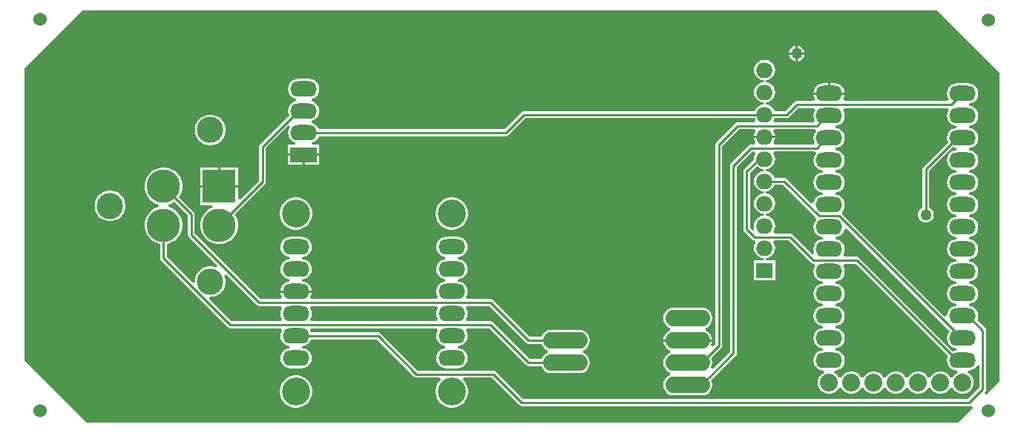
<source format=gbr>
%TF.GenerationSoftware,Altium Limited,Altium Designer,25.1.2 (22)*%
G04 Layer_Physical_Order=2*
G04 Layer_Color=16711680*
%FSLAX45Y45*%
%MOMM*%
%TF.SameCoordinates,757FA7A9-4291-4AF8-8684-A19F9D108C22*%
%TF.FilePolarity,Positive*%
%TF.FileFunction,Copper,L2,Bot,Signal*%
%TF.Part,Single*%
G01*
G75*
%TA.AperFunction,Conductor*%
%ADD10C,0.25400*%
%TA.AperFunction,ComponentPad*%
%ADD11R,1.90500X1.77800*%
%ADD12O,1.90500X1.77800*%
%ADD13O,3.04800X1.77800*%
%ADD14C,3.20000*%
%ADD15O,5.08000X1.90500*%
%ADD16R,3.04800X1.77800*%
%TA.AperFunction,ViaPad*%
%ADD17C,1.52400*%
%TA.AperFunction,ComponentPad*%
%ADD18C,3.81000*%
%ADD19R,3.81000X3.81000*%
%ADD20C,2.99000*%
%TA.AperFunction,ViaPad*%
%ADD21C,1.27000*%
%TA.AperFunction,ComponentPad*%
%ADD22C,2.03200*%
%ADD23O,3.04800X1.77800*%
G36*
X11740480Y6019053D02*
X11736559Y6013943D01*
X11725042Y5986138D01*
X11721114Y5956300D01*
X11725042Y5926462D01*
X11733415Y5906247D01*
X11723792Y5886265D01*
X11718209Y5880847D01*
X11278096D01*
X11265570Y5906247D01*
X11269491Y5911357D01*
X11277277Y5930153D01*
X11415495D01*
X11430361Y5933111D01*
X11442963Y5941531D01*
X11545885Y6044453D01*
X11727954D01*
X11740480Y6019053D01*
D02*
G37*
G36*
X11743236Y5797948D02*
X11750225Y5777753D01*
X11736559Y5759943D01*
X11725042Y5732138D01*
X11721114Y5702300D01*
X11725042Y5672462D01*
X11733415Y5652247D01*
X11723792Y5632265D01*
X11718209Y5626847D01*
X11278096D01*
X11265570Y5652247D01*
X11269491Y5657357D01*
X11281008Y5685162D01*
X11283264Y5702300D01*
X11163300D01*
X11043336D01*
X11045592Y5685162D01*
X11057109Y5657357D01*
X11061030Y5652247D01*
X11048504Y5626847D01*
X11010900D01*
X10996034Y5623889D01*
X10983431Y5615469D01*
X10780231Y5412269D01*
X10771811Y5399666D01*
X10768853Y5384800D01*
Y3260941D01*
X10574857Y3066944D01*
X10553324Y3081332D01*
X10563295Y3105404D01*
X10567441Y3136900D01*
X10563295Y3168396D01*
X10554182Y3190395D01*
X10670069Y3306281D01*
X10678489Y3318884D01*
X10681447Y3333750D01*
Y5610009D01*
X10874591Y5803153D01*
X11048504D01*
X11061030Y5777753D01*
X11057109Y5772643D01*
X11045592Y5744838D01*
X11043336Y5727700D01*
X11163300D01*
X11283264D01*
X11281008Y5744838D01*
X11269491Y5772643D01*
X11265570Y5777753D01*
X11278096Y5803153D01*
X11738946D01*
X11743236Y5797948D01*
D02*
G37*
G36*
Y5543948D02*
X11750225Y5523753D01*
X11736559Y5505943D01*
X11725042Y5478138D01*
X11721114Y5448300D01*
X11725042Y5418462D01*
X11736559Y5390657D01*
X11754880Y5366780D01*
X11778757Y5348459D01*
X11806562Y5336942D01*
X11828076Y5334110D01*
Y5308490D01*
X11806562Y5305658D01*
X11778757Y5294141D01*
X11754880Y5275820D01*
X11736559Y5251943D01*
X11725042Y5224138D01*
X11721114Y5194300D01*
X11725042Y5164462D01*
X11736559Y5136657D01*
X11754880Y5112780D01*
X11778757Y5094459D01*
X11806562Y5082942D01*
X11828076Y5080110D01*
Y5054490D01*
X11806562Y5051658D01*
X11778757Y5040141D01*
X11754880Y5021820D01*
X11736559Y4997943D01*
X11725042Y4970138D01*
X11724201Y4963752D01*
X11697384Y4954649D01*
X11417564Y5234469D01*
X11404961Y5242889D01*
X11390095Y5245847D01*
X11277277D01*
X11269491Y5264643D01*
X11251170Y5288520D01*
X11227293Y5306841D01*
X11199488Y5318358D01*
X11177974Y5321190D01*
Y5346810D01*
X11199488Y5349642D01*
X11227293Y5361159D01*
X11251170Y5379480D01*
X11269491Y5403357D01*
X11281008Y5431162D01*
X11284936Y5461000D01*
X11281008Y5490838D01*
X11269491Y5518643D01*
X11265570Y5523753D01*
X11278096Y5549153D01*
X11738946D01*
X11743236Y5543948D01*
D02*
G37*
G36*
X11075430Y5379480D02*
X11099307Y5361159D01*
X11127112Y5349642D01*
X11148626Y5346810D01*
Y5321190D01*
X11127112Y5318358D01*
X11099307Y5306841D01*
X11075430Y5288520D01*
X11057109Y5264643D01*
X11045592Y5236838D01*
X11041664Y5207000D01*
X11045592Y5177162D01*
X11057109Y5149357D01*
X11075430Y5125480D01*
X11099307Y5107159D01*
X11127112Y5095642D01*
X11148626Y5092810D01*
Y5067190D01*
X11127112Y5064358D01*
X11099307Y5052841D01*
X11075430Y5034520D01*
X11057109Y5010643D01*
X11045592Y4982838D01*
X11041664Y4953000D01*
X11045592Y4923162D01*
X11057109Y4895357D01*
X11075430Y4871480D01*
X11099307Y4853159D01*
X11127112Y4841642D01*
X11148626Y4838810D01*
Y4813190D01*
X11127112Y4810358D01*
X11099307Y4798841D01*
X11075430Y4780520D01*
X11057109Y4756643D01*
X11045592Y4728838D01*
X11041664Y4699000D01*
X11045592Y4669162D01*
X11048916Y4661138D01*
X11027383Y4646750D01*
X10997084Y4677048D01*
Y5303347D01*
X11073354Y5379616D01*
X11075430Y5379480D01*
D02*
G37*
G36*
X11747775Y4794383D02*
X11753095Y4774495D01*
X11749011Y4760171D01*
X11736559Y4743943D01*
X11725042Y4716138D01*
X11721114Y4686300D01*
X11725042Y4656462D01*
X11736559Y4628657D01*
X11754880Y4604780D01*
X11778757Y4586459D01*
X11806562Y4574942D01*
X11828076Y4572110D01*
Y4546490D01*
X11806562Y4543658D01*
X11778757Y4532141D01*
X11754880Y4513820D01*
X11736559Y4489943D01*
X11725042Y4462138D01*
X11721114Y4432300D01*
X11725042Y4402462D01*
X11731580Y4386679D01*
X11710046Y4372291D01*
X11482869Y4599469D01*
X11470266Y4607889D01*
X11455400Y4610847D01*
X11278096D01*
X11265570Y4636247D01*
X11269491Y4641357D01*
X11281008Y4669162D01*
X11284936Y4699000D01*
X11281008Y4728838D01*
X11269491Y4756643D01*
X11251170Y4780520D01*
X11227293Y4798841D01*
X11199488Y4810358D01*
X11177974Y4813190D01*
Y4838810D01*
X11199488Y4841642D01*
X11227293Y4853159D01*
X11251170Y4871480D01*
X11269491Y4895357D01*
X11281008Y4923162D01*
X11284936Y4953000D01*
X11281008Y4982838D01*
X11269491Y5010643D01*
X11251170Y5034520D01*
X11227293Y5052841D01*
X11199488Y5064358D01*
X11177974Y5067190D01*
Y5092810D01*
X11199488Y5095642D01*
X11227293Y5107159D01*
X11251170Y5125480D01*
X11269491Y5149357D01*
X11277277Y5168153D01*
X11374004D01*
X11747775Y4794383D01*
D02*
G37*
G36*
X4583953Y4816909D02*
Y4597400D01*
X4586911Y4582534D01*
X4595331Y4569931D01*
X4919207Y4246056D01*
X4904819Y4224523D01*
X4889716Y4230778D01*
X4855926Y4237500D01*
X4821474D01*
X4787684Y4230778D01*
X4755854Y4217594D01*
X4727208Y4198454D01*
X4702846Y4174092D01*
X4683706Y4145446D01*
X4670522Y4113616D01*
X4663800Y4079826D01*
Y4063052D01*
X4638400Y4052531D01*
X4344547Y4346384D01*
Y4492697D01*
X4368676Y4497497D01*
X4407967Y4513772D01*
X4443328Y4537400D01*
X4473401Y4567472D01*
X4497028Y4602833D01*
X4513303Y4642124D01*
X4521600Y4683836D01*
Y4726364D01*
X4513303Y4768076D01*
X4497028Y4807367D01*
X4473401Y4842728D01*
X4443328Y4872801D01*
X4407967Y4896428D01*
X4368676Y4912703D01*
X4358883Y4914651D01*
Y4940549D01*
X4368676Y4942497D01*
X4407967Y4958772D01*
X4428423Y4972440D01*
X4583953Y4816909D01*
D02*
G37*
G36*
X13264481Y6019053D02*
X13260559Y6013943D01*
X13249042Y5986138D01*
X13245114Y5956300D01*
X13249042Y5926462D01*
X13260559Y5898657D01*
X13278880Y5874780D01*
X13302757Y5856459D01*
X13330562Y5844942D01*
X13352077Y5842110D01*
Y5816490D01*
X13330562Y5813658D01*
X13302757Y5802141D01*
X13278880Y5783820D01*
X13260559Y5759943D01*
X13249042Y5732138D01*
X13245114Y5702300D01*
X13249042Y5672462D01*
X13256828Y5653665D01*
X12977332Y5374169D01*
X12968912Y5361566D01*
X12965953Y5346700D01*
Y4906225D01*
X12950214Y4897138D01*
X12933662Y4880586D01*
X12921957Y4860314D01*
X12915900Y4837704D01*
Y4814296D01*
X12921957Y4791686D01*
X12933662Y4771414D01*
X12950214Y4754862D01*
X12970486Y4743158D01*
X12993095Y4737100D01*
X13016504D01*
X13039114Y4743158D01*
X13059386Y4754862D01*
X13075938Y4771414D01*
X13087642Y4791686D01*
X13093700Y4814296D01*
Y4837704D01*
X13087642Y4860314D01*
X13075938Y4880586D01*
X13059386Y4897138D01*
X13043646Y4906225D01*
Y5330609D01*
X13311765Y5598728D01*
X13330562Y5590942D01*
X13352077Y5588110D01*
Y5562490D01*
X13330562Y5559658D01*
X13302757Y5548141D01*
X13278880Y5529820D01*
X13260559Y5505943D01*
X13249042Y5478138D01*
X13245114Y5448300D01*
X13249042Y5418462D01*
X13260559Y5390657D01*
X13278880Y5366780D01*
X13302757Y5348459D01*
X13330562Y5336942D01*
X13352077Y5334110D01*
Y5308490D01*
X13330562Y5305658D01*
X13302757Y5294141D01*
X13278880Y5275820D01*
X13260559Y5251943D01*
X13249042Y5224138D01*
X13245114Y5194300D01*
X13249042Y5164462D01*
X13260559Y5136657D01*
X13278880Y5112780D01*
X13302757Y5094459D01*
X13330562Y5082942D01*
X13352077Y5080110D01*
Y5054490D01*
X13330562Y5051658D01*
X13302757Y5040141D01*
X13278880Y5021820D01*
X13260559Y4997943D01*
X13249042Y4970138D01*
X13245114Y4940300D01*
X13249042Y4910462D01*
X13260559Y4882657D01*
X13278880Y4858780D01*
X13302757Y4840459D01*
X13330562Y4828942D01*
X13352077Y4826110D01*
Y4800490D01*
X13330562Y4797658D01*
X13302757Y4786141D01*
X13278880Y4767820D01*
X13260559Y4743943D01*
X13249042Y4716138D01*
X13245114Y4686300D01*
X13249042Y4656462D01*
X13260559Y4628657D01*
X13278880Y4604780D01*
X13302757Y4586459D01*
X13330562Y4574942D01*
X13352077Y4572110D01*
Y4546490D01*
X13330562Y4543658D01*
X13302757Y4532141D01*
X13278880Y4513820D01*
X13260559Y4489943D01*
X13249042Y4462138D01*
X13245114Y4432300D01*
X13249042Y4402462D01*
X13260559Y4374657D01*
X13278880Y4350780D01*
X13302757Y4332459D01*
X13330562Y4320942D01*
X13352077Y4318110D01*
Y4292490D01*
X13330562Y4289658D01*
X13302757Y4278141D01*
X13278880Y4259820D01*
X13260559Y4235943D01*
X13249042Y4208138D01*
X13245114Y4178300D01*
X13249042Y4148462D01*
X13260559Y4120657D01*
X13278880Y4096780D01*
X13302757Y4078459D01*
X13330562Y4066942D01*
X13352077Y4064110D01*
Y4038490D01*
X13330562Y4035658D01*
X13302757Y4024141D01*
X13278880Y4005820D01*
X13260559Y3981943D01*
X13249042Y3954138D01*
X13245114Y3924300D01*
X13249042Y3894462D01*
X13260559Y3866657D01*
X13278880Y3842780D01*
X13302757Y3824459D01*
X13330562Y3812942D01*
X13352077Y3810110D01*
Y3784490D01*
X13330562Y3781658D01*
X13302757Y3770141D01*
X13278880Y3751820D01*
X13260559Y3727943D01*
X13249042Y3700138D01*
X13245667Y3674497D01*
X13234103Y3667459D01*
X13220335Y3663906D01*
X12052025Y4832217D01*
X12046705Y4852105D01*
X12050789Y4866429D01*
X12063241Y4882657D01*
X12074758Y4910462D01*
X12078686Y4940300D01*
X12074758Y4970138D01*
X12063241Y4997943D01*
X12044920Y5021820D01*
X12021043Y5040141D01*
X11993238Y5051658D01*
X11971724Y5054490D01*
Y5080110D01*
X11993238Y5082942D01*
X12021043Y5094459D01*
X12044920Y5112780D01*
X12063241Y5136657D01*
X12074758Y5164462D01*
X12078686Y5194300D01*
X12074758Y5224138D01*
X12063241Y5251943D01*
X12044920Y5275820D01*
X12021043Y5294141D01*
X11993238Y5305658D01*
X11971724Y5308490D01*
Y5334110D01*
X11993238Y5336942D01*
X12021043Y5348459D01*
X12044920Y5366780D01*
X12063241Y5390657D01*
X12074758Y5418462D01*
X12078686Y5448300D01*
X12074758Y5478138D01*
X12063241Y5505943D01*
X12044920Y5529820D01*
X12021043Y5548141D01*
X11993238Y5559658D01*
X11971724Y5562490D01*
Y5588110D01*
X11993238Y5590942D01*
X12021043Y5602459D01*
X12044920Y5620780D01*
X12063241Y5644657D01*
X12074758Y5672462D01*
X12078686Y5702300D01*
X12074758Y5732138D01*
X12063241Y5759943D01*
X12044920Y5783820D01*
X12021043Y5802141D01*
X11993238Y5813658D01*
X11971724Y5816490D01*
Y5842110D01*
X11993238Y5844942D01*
X12021043Y5856459D01*
X12044920Y5874780D01*
X12063241Y5898657D01*
X12074758Y5926462D01*
X12078686Y5956300D01*
X12074758Y5986138D01*
X12063241Y6013943D01*
X12059320Y6019053D01*
X12071846Y6044453D01*
X13251955D01*
X13264481Y6019053D01*
D02*
G37*
G36*
X7435180Y3758453D02*
X7431259Y3753343D01*
X7419742Y3725538D01*
X7415814Y3695700D01*
X7419742Y3665862D01*
X7431259Y3638057D01*
X7435180Y3632947D01*
X7422654Y3607547D01*
X5988546D01*
X5976020Y3632947D01*
X5979941Y3638057D01*
X5991458Y3665862D01*
X5995386Y3695700D01*
X5991458Y3725538D01*
X5979941Y3753343D01*
X5976020Y3758453D01*
X5988546Y3783853D01*
X7422654D01*
X7435180Y3758453D01*
D02*
G37*
G36*
X5370031Y3795231D02*
X5382634Y3786811D01*
X5397500Y3783853D01*
X5644654D01*
X5657180Y3758453D01*
X5653259Y3753343D01*
X5641742Y3725538D01*
X5637814Y3695700D01*
X5641742Y3665862D01*
X5653259Y3638057D01*
X5657180Y3632947D01*
X5644654Y3607547D01*
X5083384D01*
X4828631Y3862300D01*
X4839152Y3887700D01*
X4855926D01*
X4889716Y3894421D01*
X4921546Y3907606D01*
X4950192Y3926746D01*
X4974554Y3951108D01*
X4993694Y3979754D01*
X5006878Y4011584D01*
X5013600Y4045374D01*
Y4079826D01*
X5006878Y4113616D01*
X5000623Y4128719D01*
X5022156Y4143107D01*
X5370031Y3795231D01*
D02*
G37*
G36*
X13277869Y3496500D02*
X13260559Y3473943D01*
X13249042Y3446138D01*
X13245114Y3416300D01*
X13249042Y3386462D01*
X13260559Y3358657D01*
X13278880Y3334780D01*
X13302757Y3316459D01*
X13330562Y3304942D01*
X13352077Y3302110D01*
Y3276490D01*
X13330562Y3273658D01*
X13311765Y3265872D01*
X12244869Y4332769D01*
X12232266Y4341189D01*
X12217400Y4344147D01*
X12071846D01*
X12059320Y4369547D01*
X12063241Y4374657D01*
X12074758Y4402462D01*
X12078686Y4432300D01*
X12074758Y4462138D01*
X12063241Y4489943D01*
X12044920Y4513820D01*
X12021043Y4532141D01*
X11993238Y4543658D01*
X11971724Y4546490D01*
Y4572110D01*
X11993238Y4574942D01*
X12021043Y4586459D01*
X12044920Y4604780D01*
X12063241Y4628657D01*
X12074758Y4656462D01*
X12075599Y4662848D01*
X12102416Y4671951D01*
X13277869Y3496500D01*
D02*
G37*
G36*
X8443432Y3363431D02*
X8456034Y3355011D01*
X8470900Y3352053D01*
X8616750D01*
X8625862Y3330054D01*
X8645201Y3304851D01*
X8670404Y3285512D01*
X8689394Y3277646D01*
Y3250154D01*
X8670404Y3242288D01*
X8645201Y3222949D01*
X8625862Y3197746D01*
X8616750Y3175747D01*
X8486991D01*
X8066569Y3596169D01*
X8053966Y3604589D01*
X8039100Y3607547D01*
X7766546D01*
X7754020Y3632947D01*
X7757941Y3638057D01*
X7769458Y3665862D01*
X7773386Y3695700D01*
X7769458Y3725538D01*
X7757941Y3753343D01*
X7754020Y3758453D01*
X7766546Y3783853D01*
X8023010D01*
X8443432Y3363431D01*
D02*
G37*
G36*
X13256828Y3210935D02*
X13249042Y3192138D01*
X13245114Y3162300D01*
X13249042Y3132462D01*
X13260559Y3104657D01*
X13278880Y3080780D01*
X13302757Y3062459D01*
X13330562Y3050942D01*
X13359554Y3047125D01*
X13360741Y3045517D01*
X13366165Y3021614D01*
X13345920Y3009925D01*
X13322275Y2986280D01*
X13310823Y2966444D01*
X13310439Y2966289D01*
X13283360D01*
X13282977Y2966444D01*
X13271526Y2986280D01*
X13247881Y3009925D01*
X13218919Y3026645D01*
X13186620Y3035300D01*
X13153180D01*
X13120880Y3026645D01*
X13091920Y3009925D01*
X13068275Y2986280D01*
X13056824Y2966444D01*
X13056439Y2966289D01*
X13029361D01*
X13028976Y2966444D01*
X13017525Y2986280D01*
X12993880Y3009925D01*
X12964920Y3026645D01*
X12932620Y3035300D01*
X12899181D01*
X12866879Y3026645D01*
X12837920Y3009925D01*
X12814275Y2986280D01*
X12802823Y2966444D01*
X12802438Y2966289D01*
X12775361D01*
X12774977Y2966444D01*
X12763525Y2986280D01*
X12739880Y3009925D01*
X12710920Y3026645D01*
X12678620Y3035300D01*
X12645180D01*
X12612880Y3026645D01*
X12583920Y3009925D01*
X12560275Y2986280D01*
X12548823Y2966444D01*
X12548439Y2966289D01*
X12521361D01*
X12520977Y2966444D01*
X12509525Y2986280D01*
X12485880Y3009925D01*
X12456920Y3026645D01*
X12424620Y3035300D01*
X12391180D01*
X12358880Y3026645D01*
X12329920Y3009925D01*
X12306275Y2986280D01*
X12294823Y2966444D01*
X12294439Y2966289D01*
X12267361D01*
X12266977Y2966444D01*
X12255525Y2986280D01*
X12231880Y3009925D01*
X12202920Y3026645D01*
X12170620Y3035300D01*
X12137180D01*
X12104880Y3026645D01*
X12075920Y3009925D01*
X12052275Y2986280D01*
X12040823Y2966444D01*
X12040439Y2966289D01*
X12013361D01*
X12012977Y2966444D01*
X12001525Y2986280D01*
X11977880Y3009925D01*
X11957635Y3021614D01*
X11963060Y3045517D01*
X11964247Y3047125D01*
X11993238Y3050942D01*
X12021043Y3062459D01*
X12044920Y3080780D01*
X12063241Y3104657D01*
X12074758Y3132462D01*
X12078686Y3162300D01*
X12074758Y3192138D01*
X12063241Y3219943D01*
X12044920Y3243820D01*
X12021043Y3262141D01*
X11993238Y3273658D01*
X11971724Y3276490D01*
Y3302110D01*
X11993238Y3304942D01*
X12021043Y3316459D01*
X12044920Y3334780D01*
X12063241Y3358657D01*
X12074758Y3386462D01*
X12078686Y3416300D01*
X12074758Y3446138D01*
X12063241Y3473943D01*
X12044920Y3497820D01*
X12021043Y3516141D01*
X11993238Y3527658D01*
X11971724Y3530490D01*
Y3556110D01*
X11993238Y3558942D01*
X12021043Y3570459D01*
X12044920Y3588780D01*
X12063241Y3612657D01*
X12074758Y3640462D01*
X12078686Y3670300D01*
X12074758Y3700138D01*
X12063241Y3727943D01*
X12044920Y3751820D01*
X12021043Y3770141D01*
X11993238Y3781658D01*
X11971724Y3784490D01*
Y3810110D01*
X11993238Y3812942D01*
X12021043Y3824459D01*
X12044920Y3842780D01*
X12063241Y3866657D01*
X12074758Y3894462D01*
X12078686Y3924300D01*
X12074758Y3954138D01*
X12063241Y3981943D01*
X12044920Y4005820D01*
X12021043Y4024141D01*
X11993238Y4035658D01*
X11971724Y4038490D01*
Y4064110D01*
X11993238Y4066942D01*
X12021043Y4078459D01*
X12044920Y4096780D01*
X12063241Y4120657D01*
X12074758Y4148462D01*
X12078686Y4178300D01*
X12074758Y4208138D01*
X12063241Y4235943D01*
X12059320Y4241053D01*
X12071846Y4266453D01*
X12201309D01*
X13256828Y3210935D01*
D02*
G37*
G36*
X13842999Y6451600D02*
Y2921000D01*
X13694475Y2772475D01*
X13684396Y2773137D01*
X13674574Y2799237D01*
X13679968Y2804631D01*
X13688390Y2817234D01*
X13691347Y2832100D01*
Y3505200D01*
X13688390Y3520066D01*
X13679968Y3532669D01*
X13590971Y3621665D01*
X13598758Y3640462D01*
X13602686Y3670300D01*
X13598758Y3700138D01*
X13587241Y3727943D01*
X13568919Y3751820D01*
X13545042Y3770141D01*
X13517238Y3781658D01*
X13495724Y3784490D01*
Y3810110D01*
X13517238Y3812942D01*
X13545042Y3824459D01*
X13568919Y3842780D01*
X13587241Y3866657D01*
X13598758Y3894462D01*
X13602686Y3924300D01*
X13598758Y3954138D01*
X13587241Y3981943D01*
X13568919Y4005820D01*
X13545042Y4024141D01*
X13517238Y4035658D01*
X13495724Y4038490D01*
Y4064110D01*
X13517238Y4066942D01*
X13545042Y4078459D01*
X13568919Y4096780D01*
X13587241Y4120657D01*
X13598758Y4148462D01*
X13602686Y4178300D01*
X13598758Y4208138D01*
X13587241Y4235943D01*
X13568919Y4259820D01*
X13545042Y4278141D01*
X13517238Y4289658D01*
X13495724Y4292490D01*
Y4318110D01*
X13517238Y4320942D01*
X13545042Y4332459D01*
X13568919Y4350780D01*
X13587241Y4374657D01*
X13598758Y4402462D01*
X13602686Y4432300D01*
X13598758Y4462138D01*
X13587241Y4489943D01*
X13568919Y4513820D01*
X13545042Y4532141D01*
X13517238Y4543658D01*
X13495724Y4546490D01*
Y4572110D01*
X13517238Y4574942D01*
X13545042Y4586459D01*
X13568919Y4604780D01*
X13587241Y4628657D01*
X13598758Y4656462D01*
X13602686Y4686300D01*
X13598758Y4716138D01*
X13587241Y4743943D01*
X13568919Y4767820D01*
X13545042Y4786141D01*
X13517238Y4797658D01*
X13495724Y4800490D01*
Y4826110D01*
X13517238Y4828942D01*
X13545042Y4840459D01*
X13568919Y4858780D01*
X13587241Y4882657D01*
X13598758Y4910462D01*
X13602686Y4940300D01*
X13598758Y4970138D01*
X13587241Y4997943D01*
X13568919Y5021820D01*
X13545042Y5040141D01*
X13517238Y5051658D01*
X13495724Y5054490D01*
Y5080110D01*
X13517238Y5082942D01*
X13545042Y5094459D01*
X13568919Y5112780D01*
X13587241Y5136657D01*
X13598758Y5164462D01*
X13602686Y5194300D01*
X13598758Y5224138D01*
X13587241Y5251943D01*
X13568919Y5275820D01*
X13545042Y5294141D01*
X13517238Y5305658D01*
X13495724Y5308490D01*
Y5334110D01*
X13517238Y5336942D01*
X13545042Y5348459D01*
X13568919Y5366780D01*
X13587241Y5390657D01*
X13598758Y5418462D01*
X13602686Y5448300D01*
X13598758Y5478138D01*
X13587241Y5505943D01*
X13568919Y5529820D01*
X13545042Y5548141D01*
X13517238Y5559658D01*
X13495724Y5562490D01*
Y5588110D01*
X13517238Y5590942D01*
X13545042Y5602459D01*
X13568919Y5620780D01*
X13587241Y5644657D01*
X13598758Y5672462D01*
X13602686Y5702300D01*
X13598758Y5732138D01*
X13587241Y5759943D01*
X13568919Y5783820D01*
X13545042Y5802141D01*
X13517238Y5813658D01*
X13495724Y5816490D01*
Y5842110D01*
X13517238Y5844942D01*
X13545042Y5856459D01*
X13568919Y5874780D01*
X13587241Y5898657D01*
X13598758Y5926462D01*
X13602686Y5956300D01*
X13598758Y5986138D01*
X13587241Y6013943D01*
X13568919Y6037820D01*
X13545042Y6056141D01*
X13517238Y6067658D01*
X13495724Y6070490D01*
Y6096110D01*
X13517238Y6098942D01*
X13545042Y6110459D01*
X13568919Y6128780D01*
X13587241Y6152657D01*
X13598758Y6180462D01*
X13602686Y6210300D01*
X13598758Y6240138D01*
X13587241Y6267943D01*
X13568919Y6291820D01*
X13545042Y6310141D01*
X13517238Y6321658D01*
X13487399Y6325586D01*
X13360400D01*
X13330562Y6321658D01*
X13302757Y6310141D01*
X13278880Y6291820D01*
X13260559Y6267943D01*
X13249042Y6240138D01*
X13245114Y6210300D01*
X13249042Y6180462D01*
X13260559Y6152657D01*
X13264481Y6147547D01*
X13251955Y6122147D01*
X12071846D01*
X12059320Y6147547D01*
X12063241Y6152657D01*
X12074758Y6180462D01*
X12077014Y6197600D01*
X11722786D01*
X11725042Y6180462D01*
X11736559Y6152657D01*
X11740480Y6147547D01*
X11727954Y6122147D01*
X11529795D01*
X11514929Y6119189D01*
X11502326Y6110769D01*
X11399404Y6007847D01*
X11277277D01*
X11269491Y6026643D01*
X11251170Y6050520D01*
X11227293Y6068841D01*
X11199488Y6080358D01*
X11177974Y6083190D01*
Y6108810D01*
X11199488Y6111642D01*
X11227293Y6123159D01*
X11251170Y6141480D01*
X11269491Y6165357D01*
X11281008Y6193162D01*
X11284936Y6223000D01*
X11281008Y6252838D01*
X11269491Y6280643D01*
X11251170Y6304520D01*
X11227293Y6322841D01*
X11199488Y6334358D01*
X11177974Y6337190D01*
Y6362810D01*
X11199488Y6365642D01*
X11227293Y6377159D01*
X11251170Y6395480D01*
X11269491Y6419357D01*
X11281008Y6447162D01*
X11284936Y6477000D01*
X11281008Y6506838D01*
X11269491Y6534643D01*
X11251170Y6558520D01*
X11227293Y6576841D01*
X11199488Y6588358D01*
X11169650Y6592286D01*
X11156950D01*
X11127112Y6588358D01*
X11099307Y6576841D01*
X11075430Y6558520D01*
X11057109Y6534643D01*
X11045592Y6506838D01*
X11041664Y6477000D01*
X11045592Y6447162D01*
X11057109Y6419357D01*
X11075430Y6395480D01*
X11099307Y6377159D01*
X11127112Y6365642D01*
X11148626Y6362810D01*
Y6337190D01*
X11127112Y6334358D01*
X11099307Y6322841D01*
X11075430Y6304520D01*
X11057109Y6280643D01*
X11045592Y6252838D01*
X11041664Y6223000D01*
X11045592Y6193162D01*
X11057109Y6165357D01*
X11075430Y6141480D01*
X11099307Y6123159D01*
X11127112Y6111642D01*
X11148626Y6108810D01*
Y6083190D01*
X11127112Y6080358D01*
X11099307Y6068841D01*
X11075430Y6050520D01*
X11057109Y6026643D01*
X11049323Y6007847D01*
X8420100D01*
X8405234Y6004889D01*
X8392631Y5996469D01*
X8196809Y5800647D01*
X6076627D01*
X6068841Y5819443D01*
X6050520Y5843320D01*
X6026643Y5861641D01*
X5998838Y5873158D01*
X5992515Y5873990D01*
Y5899610D01*
X5998838Y5900442D01*
X6026643Y5911959D01*
X6050520Y5930280D01*
X6068841Y5954157D01*
X6080358Y5981962D01*
X6084286Y6011800D01*
X6080358Y6041638D01*
X6068841Y6069443D01*
X6050520Y6093320D01*
X6026643Y6111641D01*
X5998838Y6123158D01*
X5992515Y6123990D01*
Y6149610D01*
X5998838Y6150442D01*
X6026643Y6161959D01*
X6050520Y6180280D01*
X6068841Y6204157D01*
X6080358Y6231962D01*
X6084286Y6261800D01*
X6080358Y6291638D01*
X6068841Y6319443D01*
X6050520Y6343320D01*
X6026643Y6361641D01*
X5998838Y6373158D01*
X5969000Y6377086D01*
X5842000D01*
X5812162Y6373158D01*
X5784357Y6361641D01*
X5760480Y6343320D01*
X5742159Y6319443D01*
X5730642Y6291638D01*
X5726714Y6261800D01*
X5730642Y6231962D01*
X5742159Y6204157D01*
X5760480Y6180280D01*
X5784357Y6161959D01*
X5812162Y6150442D01*
X5818485Y6149610D01*
Y6123990D01*
X5812162Y6123158D01*
X5784357Y6111641D01*
X5760480Y6093320D01*
X5742159Y6069443D01*
X5730642Y6041638D01*
X5726714Y6011800D01*
X5730642Y5981962D01*
X5738428Y5963165D01*
X5408131Y5632869D01*
X5399711Y5620266D01*
X5396753Y5605400D01*
Y5216091D01*
X5180067Y4999404D01*
X5156600Y5009124D01*
Y5137400D01*
X4724800D01*
Y4934200D01*
X4863249D01*
X4868301Y4908800D01*
X4838433Y4896428D01*
X4803072Y4872801D01*
X4773000Y4842728D01*
X4749372Y4807367D01*
X4733097Y4768076D01*
X4724800Y4726364D01*
Y4683836D01*
X4733097Y4642124D01*
X4749372Y4602833D01*
X4773000Y4567472D01*
X4803072Y4537400D01*
X4838433Y4513772D01*
X4877724Y4497497D01*
X4919436Y4489200D01*
X4961964D01*
X5003676Y4497497D01*
X5042967Y4513772D01*
X5078328Y4537400D01*
X5108401Y4567472D01*
X5132028Y4602833D01*
X5148303Y4642124D01*
X5156600Y4683836D01*
Y4726364D01*
X5148303Y4768076D01*
X5132028Y4807367D01*
X5118360Y4827823D01*
X5463069Y5172531D01*
X5471489Y5185134D01*
X5474447Y5200000D01*
Y5589309D01*
X5728488Y5843351D01*
X5747626Y5826568D01*
X5742159Y5819443D01*
X5730642Y5791638D01*
X5726714Y5761800D01*
X5730642Y5731962D01*
X5742159Y5704157D01*
X5760480Y5680280D01*
X5784357Y5661959D01*
X5812161Y5650442D01*
X5807390Y5626100D01*
X5727700D01*
Y5524500D01*
X5905500D01*
X6083300D01*
Y5626100D01*
X6003610D01*
X5998839Y5650442D01*
X6026643Y5661959D01*
X6050520Y5680280D01*
X6068841Y5704157D01*
X6076627Y5722954D01*
X8212900D01*
X8227766Y5725911D01*
X8240369Y5734331D01*
X8436191Y5930153D01*
X11049323D01*
X11057109Y5911357D01*
X11061030Y5906247D01*
X11048504Y5880847D01*
X10858500D01*
X10843634Y5877889D01*
X10831031Y5869469D01*
X10615131Y5653569D01*
X10606711Y5640966D01*
X10603753Y5626100D01*
Y3349841D01*
X10574857Y3320944D01*
X10553324Y3335332D01*
X10563295Y3359404D01*
X10565769Y3378200D01*
X10287000D01*
X10008231D01*
X10010705Y3359404D01*
X10022862Y3330054D01*
X10042201Y3304851D01*
X10067404Y3285512D01*
X10086394Y3277646D01*
Y3250154D01*
X10067404Y3242288D01*
X10042201Y3222949D01*
X10022862Y3197746D01*
X10010705Y3168396D01*
X10006559Y3136900D01*
X10010705Y3105404D01*
X10022862Y3076054D01*
X10042201Y3050851D01*
X10067404Y3031512D01*
X10086394Y3023646D01*
Y2996154D01*
X10067404Y2988288D01*
X10042201Y2968949D01*
X10022862Y2943746D01*
X10010705Y2914396D01*
X10006559Y2882900D01*
X10010705Y2851404D01*
X10022862Y2822054D01*
X10042201Y2796851D01*
X10067404Y2777512D01*
X10096754Y2765355D01*
X10128250Y2761209D01*
X10445750D01*
X10477246Y2765355D01*
X10506596Y2777512D01*
X10531799Y2796851D01*
X10551138Y2822054D01*
X10563295Y2851404D01*
X10567441Y2882900D01*
X10563295Y2914396D01*
X10554182Y2936395D01*
X10835169Y3217381D01*
X10843589Y3229984D01*
X10846547Y3244850D01*
Y5368709D01*
X11025111Y5547273D01*
X11050617Y5544870D01*
X11061030Y5523753D01*
X11057109Y5518643D01*
X11045592Y5490838D01*
X11041664Y5461000D01*
X11042036Y5458173D01*
X10930769Y5346906D01*
X10922348Y5334303D01*
X10919391Y5319437D01*
Y4660958D01*
X10922348Y4646092D01*
X10930769Y4633489D01*
X11019726Y4544531D01*
X11032329Y4536111D01*
X11047195Y4533153D01*
X11048504D01*
X11061030Y4507753D01*
X11057109Y4502643D01*
X11045592Y4474838D01*
X11041664Y4445000D01*
X11045592Y4415162D01*
X11057109Y4387357D01*
X11075430Y4363480D01*
X11099307Y4345159D01*
X11127112Y4333642D01*
X11149458Y4330700D01*
X11147794Y4305300D01*
X11042650D01*
Y4076700D01*
X11283950D01*
Y4305300D01*
X11178806D01*
X11177142Y4330700D01*
X11199488Y4333642D01*
X11227293Y4345159D01*
X11251170Y4363480D01*
X11269491Y4387357D01*
X11281008Y4415162D01*
X11284936Y4445000D01*
X11281008Y4474838D01*
X11269491Y4502643D01*
X11265570Y4507753D01*
X11278096Y4533153D01*
X11439309D01*
X11694631Y4277831D01*
X11707234Y4269411D01*
X11722100Y4266453D01*
X11727954D01*
X11740480Y4241053D01*
X11736559Y4235943D01*
X11725042Y4208138D01*
X11721114Y4178300D01*
X11725042Y4148462D01*
X11736559Y4120657D01*
X11754880Y4096780D01*
X11778757Y4078459D01*
X11806562Y4066942D01*
X11828076Y4064110D01*
Y4038490D01*
X11806562Y4035658D01*
X11778757Y4024141D01*
X11754880Y4005820D01*
X11736559Y3981943D01*
X11725042Y3954138D01*
X11721114Y3924300D01*
X11725042Y3894462D01*
X11736559Y3866657D01*
X11754880Y3842780D01*
X11778757Y3824459D01*
X11806562Y3812942D01*
X11828076Y3810110D01*
Y3784490D01*
X11806562Y3781658D01*
X11778757Y3770141D01*
X11754880Y3751820D01*
X11736559Y3727943D01*
X11725042Y3700138D01*
X11721114Y3670300D01*
X11725042Y3640462D01*
X11736559Y3612657D01*
X11754880Y3588780D01*
X11778757Y3570459D01*
X11806562Y3558942D01*
X11828076Y3556110D01*
Y3530490D01*
X11806562Y3527658D01*
X11778757Y3516141D01*
X11754880Y3497820D01*
X11736559Y3473943D01*
X11725042Y3446138D01*
X11721114Y3416300D01*
X11725042Y3386462D01*
X11736559Y3358657D01*
X11754880Y3334780D01*
X11778757Y3316459D01*
X11806562Y3304942D01*
X11828076Y3302110D01*
Y3276490D01*
X11806562Y3273658D01*
X11778757Y3262141D01*
X11754880Y3243820D01*
X11736559Y3219943D01*
X11725042Y3192138D01*
X11721114Y3162300D01*
X11725042Y3132462D01*
X11736559Y3104657D01*
X11754880Y3080780D01*
X11778757Y3062459D01*
X11806562Y3050942D01*
X11835553Y3047125D01*
X11836740Y3045517D01*
X11842165Y3021614D01*
X11821920Y3009925D01*
X11798275Y2986280D01*
X11781555Y2957320D01*
X11772900Y2925020D01*
Y2891580D01*
X11781555Y2859280D01*
X11798275Y2830320D01*
X11821920Y2806675D01*
X11850880Y2789955D01*
X11883180Y2781300D01*
X11916620D01*
X11948920Y2789955D01*
X11977880Y2806675D01*
X12001525Y2830320D01*
X12012977Y2850156D01*
X12013361Y2850311D01*
X12040439D01*
X12040823Y2850156D01*
X12052275Y2830320D01*
X12075920Y2806675D01*
X12104880Y2789955D01*
X12137180Y2781300D01*
X12170620D01*
X12202920Y2789955D01*
X12231880Y2806675D01*
X12255525Y2830320D01*
X12266977Y2850156D01*
X12267361Y2850311D01*
X12294439D01*
X12294823Y2850156D01*
X12306275Y2830320D01*
X12329920Y2806675D01*
X12358880Y2789955D01*
X12391180Y2781300D01*
X12424620D01*
X12456920Y2789955D01*
X12485880Y2806675D01*
X12509525Y2830320D01*
X12520977Y2850156D01*
X12521361Y2850311D01*
X12548439D01*
X12548823Y2850156D01*
X12560275Y2830320D01*
X12583920Y2806675D01*
X12612880Y2789955D01*
X12645180Y2781300D01*
X12678620D01*
X12710920Y2789955D01*
X12739880Y2806675D01*
X12763525Y2830320D01*
X12774977Y2850156D01*
X12775361Y2850311D01*
X12802438D01*
X12802823Y2850156D01*
X12814275Y2830320D01*
X12837920Y2806675D01*
X12866879Y2789955D01*
X12899181Y2781300D01*
X12932620D01*
X12964920Y2789955D01*
X12993880Y2806675D01*
X13017525Y2830320D01*
X13028976Y2850156D01*
X13029361Y2850311D01*
X13056439D01*
X13056824Y2850156D01*
X13068275Y2830320D01*
X13091920Y2806675D01*
X13120880Y2789955D01*
X13153180Y2781300D01*
X13186620D01*
X13218919Y2789955D01*
X13247881Y2806675D01*
X13271526Y2830320D01*
X13282977Y2850156D01*
X13283360Y2850311D01*
X13310439D01*
X13310823Y2850156D01*
X13322275Y2830320D01*
X13345920Y2806675D01*
X13374879Y2789955D01*
X13407179Y2781300D01*
X13440620D01*
X13472920Y2789955D01*
X13501880Y2806675D01*
X13525525Y2830320D01*
X13542245Y2859280D01*
X13550900Y2891580D01*
Y2925020D01*
X13542245Y2957320D01*
X13525525Y2986280D01*
X13501880Y3009925D01*
X13481635Y3021614D01*
X13487061Y3045517D01*
X13488248Y3047125D01*
X13517238Y3050942D01*
X13545042Y3062459D01*
X13568919Y3080780D01*
X13587241Y3104657D01*
X13588252Y3107101D01*
X13613654Y3102049D01*
Y2848191D01*
X13484009Y2718547D01*
X8410791D01*
X8097068Y3032269D01*
X8084466Y3040690D01*
X8069600Y3043647D01*
X7209390D01*
X6783869Y3469169D01*
X6771266Y3477589D01*
X6756400Y3480547D01*
X5987727D01*
X5979941Y3499343D01*
X5976020Y3504453D01*
X5988546Y3529853D01*
X7422654D01*
X7435180Y3504453D01*
X7431259Y3499343D01*
X7419742Y3471538D01*
X7415814Y3441700D01*
X7419742Y3411862D01*
X7431259Y3384057D01*
X7449580Y3360180D01*
X7473457Y3341859D01*
X7501262Y3330342D01*
X7522776Y3327510D01*
Y3301890D01*
X7501262Y3299058D01*
X7473457Y3287541D01*
X7449580Y3269220D01*
X7431259Y3245343D01*
X7419742Y3217538D01*
X7415814Y3187700D01*
X7419742Y3157862D01*
X7431259Y3130057D01*
X7449580Y3106180D01*
X7473457Y3087859D01*
X7501262Y3076342D01*
X7531100Y3072414D01*
X7658100D01*
X7687938Y3076342D01*
X7715743Y3087859D01*
X7739620Y3106180D01*
X7757941Y3130057D01*
X7769458Y3157862D01*
X7773386Y3187700D01*
X7769458Y3217538D01*
X7757941Y3245343D01*
X7739620Y3269220D01*
X7715743Y3287541D01*
X7687938Y3299058D01*
X7666424Y3301890D01*
Y3327510D01*
X7687938Y3330342D01*
X7715743Y3341859D01*
X7739620Y3360180D01*
X7757941Y3384057D01*
X7769458Y3411862D01*
X7773386Y3441700D01*
X7769458Y3471538D01*
X7757941Y3499343D01*
X7754020Y3504453D01*
X7766546Y3529853D01*
X8023010D01*
X8443432Y3109431D01*
X8456034Y3101011D01*
X8470900Y3098053D01*
X8616750D01*
X8625862Y3076054D01*
X8645201Y3050851D01*
X8670404Y3031512D01*
X8699754Y3019355D01*
X8731250Y3015209D01*
X9048750D01*
X9080246Y3019355D01*
X9109596Y3031512D01*
X9134799Y3050851D01*
X9154138Y3076054D01*
X9166295Y3105404D01*
X9170441Y3136900D01*
X9166295Y3168396D01*
X9154138Y3197746D01*
X9134799Y3222949D01*
X9109596Y3242288D01*
X9090606Y3250154D01*
Y3277646D01*
X9109596Y3285512D01*
X9134799Y3304851D01*
X9154138Y3330054D01*
X9166295Y3359404D01*
X9170441Y3390900D01*
X9166295Y3422396D01*
X9154138Y3451746D01*
X9134799Y3476949D01*
X9109596Y3496288D01*
X9080246Y3508445D01*
X9048750Y3512591D01*
X8731250D01*
X8699754Y3508445D01*
X8670404Y3496288D01*
X8645201Y3476949D01*
X8625862Y3451746D01*
X8616750Y3429747D01*
X8486991D01*
X8066569Y3850169D01*
X8053966Y3858589D01*
X8039100Y3861547D01*
X7766546D01*
X7754020Y3886947D01*
X7757941Y3892057D01*
X7769458Y3919862D01*
X7773386Y3949700D01*
X7769458Y3979538D01*
X7757941Y4007343D01*
X7739620Y4031220D01*
X7715743Y4049541D01*
X7687938Y4061058D01*
X7666424Y4063890D01*
Y4089510D01*
X7687938Y4092342D01*
X7715743Y4103859D01*
X7739620Y4122180D01*
X7757941Y4146057D01*
X7769458Y4173862D01*
X7773386Y4203700D01*
X7769458Y4233538D01*
X7757941Y4261343D01*
X7739620Y4285220D01*
X7715743Y4303541D01*
X7687938Y4315058D01*
X7666424Y4317890D01*
Y4343510D01*
X7687938Y4346342D01*
X7715743Y4357859D01*
X7739620Y4376180D01*
X7757941Y4400057D01*
X7769458Y4427862D01*
X7773386Y4457700D01*
X7769458Y4487538D01*
X7757941Y4515343D01*
X7739620Y4539220D01*
X7715743Y4557541D01*
X7687938Y4569058D01*
X7658100Y4572986D01*
X7531100D01*
X7501262Y4569058D01*
X7473457Y4557541D01*
X7449580Y4539220D01*
X7431259Y4515343D01*
X7419742Y4487538D01*
X7415814Y4457700D01*
X7419742Y4427862D01*
X7431259Y4400057D01*
X7449580Y4376180D01*
X7473457Y4357859D01*
X7501262Y4346342D01*
X7522776Y4343510D01*
Y4317890D01*
X7501262Y4315058D01*
X7473457Y4303541D01*
X7449580Y4285220D01*
X7431259Y4261343D01*
X7419742Y4233538D01*
X7415814Y4203700D01*
X7419742Y4173862D01*
X7431259Y4146057D01*
X7449580Y4122180D01*
X7473457Y4103859D01*
X7501262Y4092342D01*
X7522776Y4089510D01*
Y4063890D01*
X7501262Y4061058D01*
X7473457Y4049541D01*
X7449580Y4031220D01*
X7431259Y4007343D01*
X7419742Y3979538D01*
X7415814Y3949700D01*
X7419742Y3919862D01*
X7431259Y3892057D01*
X7435180Y3886947D01*
X7422654Y3861547D01*
X5988546D01*
X5976020Y3886947D01*
X5979941Y3892057D01*
X5991458Y3919862D01*
X5993714Y3937000D01*
X5816600D01*
X5639486D01*
X5641742Y3919862D01*
X5653259Y3892057D01*
X5657180Y3886947D01*
X5644654Y3861547D01*
X5413591D01*
X4661647Y4613491D01*
Y4833000D01*
X4658689Y4847866D01*
X4650269Y4860469D01*
X4483360Y5027377D01*
X4497028Y5047833D01*
X4513303Y5087124D01*
X4521600Y5128836D01*
Y5171364D01*
X4513303Y5213076D01*
X4497028Y5252367D01*
X4473401Y5287728D01*
X4443328Y5317800D01*
X4407967Y5341428D01*
X4368676Y5357703D01*
X4326964Y5366000D01*
X4284436D01*
X4242724Y5357703D01*
X4203433Y5341428D01*
X4168072Y5317800D01*
X4138000Y5287728D01*
X4114372Y5252367D01*
X4098097Y5213076D01*
X4089800Y5171364D01*
Y5128836D01*
X4098097Y5087124D01*
X4114372Y5047833D01*
X4138000Y5012472D01*
X4168072Y4982399D01*
X4203433Y4958772D01*
X4242724Y4942497D01*
X4252518Y4940549D01*
Y4914651D01*
X4242724Y4912703D01*
X4203433Y4896428D01*
X4168072Y4872801D01*
X4138000Y4842728D01*
X4114372Y4807367D01*
X4098097Y4768076D01*
X4089800Y4726364D01*
Y4683836D01*
X4098097Y4642124D01*
X4114372Y4602833D01*
X4138000Y4567472D01*
X4168072Y4537400D01*
X4203433Y4513772D01*
X4242724Y4497497D01*
X4266854Y4492697D01*
Y4330293D01*
X4269811Y4315427D01*
X4278231Y4302825D01*
X5039825Y3541231D01*
X5052428Y3532811D01*
X5067293Y3529853D01*
X5644654D01*
X5657180Y3504453D01*
X5653259Y3499343D01*
X5641742Y3471538D01*
X5637814Y3441700D01*
X5641742Y3411862D01*
X5653259Y3384057D01*
X5671580Y3360180D01*
X5695457Y3341859D01*
X5723262Y3330342D01*
X5744776Y3327510D01*
Y3301890D01*
X5723262Y3299058D01*
X5695457Y3287541D01*
X5671580Y3269220D01*
X5653259Y3245343D01*
X5641742Y3217538D01*
X5637814Y3187700D01*
X5641742Y3157862D01*
X5653259Y3130057D01*
X5671580Y3106180D01*
X5695457Y3087859D01*
X5723262Y3076342D01*
X5753100Y3072414D01*
X5880100D01*
X5909938Y3076342D01*
X5937743Y3087859D01*
X5961620Y3106180D01*
X5979941Y3130057D01*
X5991458Y3157862D01*
X5995386Y3187700D01*
X5991458Y3217538D01*
X5979941Y3245343D01*
X5961620Y3269220D01*
X5937743Y3287541D01*
X5909938Y3299058D01*
X5888424Y3301890D01*
Y3327510D01*
X5909938Y3330342D01*
X5937743Y3341859D01*
X5961620Y3360180D01*
X5979941Y3384057D01*
X5987727Y3402853D01*
X6740309D01*
X7165831Y2977332D01*
X7178434Y2968911D01*
X7193300Y2965954D01*
X7455737D01*
X7466258Y2940554D01*
X7450590Y2924886D01*
X7430301Y2894520D01*
X7416325Y2860779D01*
X7409200Y2824960D01*
Y2788440D01*
X7416325Y2752621D01*
X7430301Y2718880D01*
X7450590Y2688514D01*
X7476414Y2662690D01*
X7506780Y2642401D01*
X7540521Y2628425D01*
X7576340Y2621300D01*
X7612860D01*
X7648679Y2628425D01*
X7682420Y2642401D01*
X7712786Y2662690D01*
X7738610Y2688514D01*
X7758899Y2718880D01*
X7772875Y2752621D01*
X7780000Y2788440D01*
Y2824960D01*
X7772875Y2860779D01*
X7758899Y2894520D01*
X7738610Y2924886D01*
X7722942Y2940554D01*
X7733463Y2965954D01*
X8053509D01*
X8367231Y2652231D01*
X8379834Y2643811D01*
X8394700Y2640853D01*
X13500101D01*
X13510928Y2643008D01*
X13526509Y2634668D01*
X13535886Y2627240D01*
X13535490Y2613490D01*
X13373100Y2451100D01*
X3429000D01*
X2717800Y3162300D01*
Y6502400D01*
X3378200Y7162800D01*
X13131799Y7162800D01*
X13842999Y6451600D01*
D02*
G37*
%LPC*%
G36*
X11544300Y6756133D02*
Y6680200D01*
X11620233D01*
X11614442Y6701814D01*
X11602738Y6722086D01*
X11586186Y6738638D01*
X11565914Y6750342D01*
X11544300Y6756133D01*
D02*
G37*
G36*
X11518900D02*
X11497286Y6750342D01*
X11477014Y6738638D01*
X11460462Y6722086D01*
X11448758Y6701814D01*
X11442967Y6680200D01*
X11518900D01*
Y6756133D01*
D02*
G37*
G36*
X11620233Y6654800D02*
X11544300D01*
Y6578867D01*
X11565914Y6584658D01*
X11586186Y6596362D01*
X11602738Y6612914D01*
X11614442Y6633186D01*
X11620233Y6654800D01*
D02*
G37*
G36*
X11518900D02*
X11442967D01*
X11448758Y6633186D01*
X11460462Y6612914D01*
X11477014Y6596362D01*
X11497286Y6584658D01*
X11518900Y6578867D01*
Y6654800D01*
D02*
G37*
G36*
X11963400Y6325586D02*
X11912600D01*
Y6223000D01*
X12077014D01*
X12074758Y6240138D01*
X12063241Y6267943D01*
X12044920Y6291820D01*
X12021043Y6310141D01*
X11993238Y6321658D01*
X11963400Y6325586D01*
D02*
G37*
G36*
X11887200D02*
X11836400D01*
X11806562Y6321658D01*
X11778757Y6310141D01*
X11754880Y6291820D01*
X11736559Y6267943D01*
X11725042Y6240138D01*
X11722786Y6223000D01*
X11887200D01*
Y6325586D01*
D02*
G37*
G36*
X4855926Y5967500D02*
X4821474D01*
X4787684Y5960779D01*
X4755854Y5947594D01*
X4727208Y5928454D01*
X4702846Y5904092D01*
X4683706Y5875446D01*
X4670522Y5843616D01*
X4663800Y5809826D01*
Y5775374D01*
X4670522Y5741584D01*
X4683706Y5709754D01*
X4702846Y5681108D01*
X4727208Y5656746D01*
X4755854Y5637606D01*
X4787684Y5624422D01*
X4821474Y5617700D01*
X4855926D01*
X4889716Y5624422D01*
X4921546Y5637606D01*
X4950192Y5656746D01*
X4974554Y5681108D01*
X4993694Y5709754D01*
X5006878Y5741584D01*
X5013600Y5775374D01*
Y5809826D01*
X5006878Y5843616D01*
X4993694Y5875446D01*
X4974554Y5904092D01*
X4950192Y5928454D01*
X4921546Y5947594D01*
X4889716Y5960779D01*
X4855926Y5967500D01*
D02*
G37*
G36*
X6083300Y5499100D02*
X5918200D01*
Y5397500D01*
X6083300D01*
Y5499100D01*
D02*
G37*
G36*
X5892800D02*
X5727700D01*
Y5397500D01*
X5892800D01*
Y5499100D01*
D02*
G37*
G36*
X5156600Y5366000D02*
X4953400D01*
Y5162800D01*
X5156600D01*
Y5366000D01*
D02*
G37*
G36*
X4928000D02*
X4724800D01*
Y5162800D01*
X4928000D01*
Y5366000D01*
D02*
G37*
G36*
X3712926Y5102500D02*
X3678474D01*
X3644684Y5095778D01*
X3612854Y5082594D01*
X3584208Y5063454D01*
X3559846Y5039092D01*
X3540706Y5010446D01*
X3527522Y4978616D01*
X3520800Y4944826D01*
Y4910374D01*
X3527522Y4876584D01*
X3540706Y4844754D01*
X3559846Y4816108D01*
X3584208Y4791746D01*
X3612854Y4772606D01*
X3644684Y4759422D01*
X3678474Y4752700D01*
X3712926D01*
X3746716Y4759422D01*
X3778546Y4772606D01*
X3807192Y4791746D01*
X3831554Y4816108D01*
X3850694Y4844754D01*
X3863878Y4876584D01*
X3870600Y4910374D01*
Y4944826D01*
X3863878Y4978616D01*
X3850694Y5010446D01*
X3831554Y5039092D01*
X3807192Y5063454D01*
X3778546Y5082594D01*
X3746716Y5095778D01*
X3712926Y5102500D01*
D02*
G37*
G36*
X7612860Y5024100D02*
X7576340D01*
X7540521Y5016975D01*
X7506780Y5002999D01*
X7476414Y4982710D01*
X7450590Y4956886D01*
X7430301Y4926520D01*
X7416325Y4892779D01*
X7409200Y4856960D01*
Y4820440D01*
X7416325Y4784621D01*
X7430301Y4750880D01*
X7450590Y4720514D01*
X7476414Y4694690D01*
X7506780Y4674401D01*
X7540521Y4660425D01*
X7576340Y4653300D01*
X7612860D01*
X7648679Y4660425D01*
X7682420Y4674401D01*
X7712786Y4694690D01*
X7738610Y4720514D01*
X7758899Y4750880D01*
X7772875Y4784621D01*
X7780000Y4820440D01*
Y4856960D01*
X7772875Y4892779D01*
X7758899Y4926520D01*
X7738610Y4956886D01*
X7712786Y4982710D01*
X7682420Y5002999D01*
X7648679Y5016975D01*
X7612860Y5024100D01*
D02*
G37*
G36*
X5834860D02*
X5798340D01*
X5762521Y5016975D01*
X5728780Y5002999D01*
X5698414Y4982710D01*
X5672590Y4956886D01*
X5652301Y4926520D01*
X5638325Y4892779D01*
X5631200Y4856960D01*
Y4820440D01*
X5638325Y4784621D01*
X5652301Y4750880D01*
X5672590Y4720514D01*
X5698414Y4694690D01*
X5728780Y4674401D01*
X5762521Y4660425D01*
X5798340Y4653300D01*
X5834860D01*
X5870679Y4660425D01*
X5904420Y4674401D01*
X5934786Y4694690D01*
X5960610Y4720514D01*
X5980899Y4750880D01*
X5994875Y4784621D01*
X6002000Y4820440D01*
Y4856960D01*
X5994875Y4892779D01*
X5980899Y4926520D01*
X5960610Y4956886D01*
X5934786Y4982710D01*
X5904420Y5002999D01*
X5870679Y5016975D01*
X5834860Y5024100D01*
D02*
G37*
G36*
X5880100Y4572986D02*
X5753100D01*
X5723262Y4569058D01*
X5695457Y4557541D01*
X5671580Y4539220D01*
X5653259Y4515343D01*
X5641742Y4487538D01*
X5637814Y4457700D01*
X5641742Y4427862D01*
X5653259Y4400057D01*
X5671580Y4376180D01*
X5695457Y4357859D01*
X5723262Y4346342D01*
X5744776Y4343510D01*
Y4317890D01*
X5723262Y4315058D01*
X5695457Y4303541D01*
X5671580Y4285220D01*
X5653259Y4261343D01*
X5641742Y4233538D01*
X5637814Y4203700D01*
X5641742Y4173862D01*
X5653259Y4146057D01*
X5671580Y4122180D01*
X5695457Y4103859D01*
X5723262Y4092342D01*
X5744776Y4089510D01*
Y4063890D01*
X5723262Y4061058D01*
X5695457Y4049541D01*
X5671580Y4031220D01*
X5653259Y4007343D01*
X5641742Y3979538D01*
X5639486Y3962400D01*
X5816600D01*
X5993714D01*
X5991458Y3979538D01*
X5979941Y4007343D01*
X5961620Y4031220D01*
X5937743Y4049541D01*
X5909938Y4061058D01*
X5888424Y4063890D01*
Y4089510D01*
X5909938Y4092342D01*
X5937743Y4103859D01*
X5961620Y4122180D01*
X5979941Y4146057D01*
X5991458Y4173862D01*
X5995386Y4203700D01*
X5991458Y4233538D01*
X5979941Y4261343D01*
X5961620Y4285220D01*
X5937743Y4303541D01*
X5909938Y4315058D01*
X5888424Y4317890D01*
Y4343510D01*
X5909938Y4346342D01*
X5937743Y4357859D01*
X5961620Y4376180D01*
X5979941Y4400057D01*
X5991458Y4427862D01*
X5995386Y4457700D01*
X5991458Y4487538D01*
X5979941Y4515343D01*
X5961620Y4539220D01*
X5937743Y4557541D01*
X5909938Y4569058D01*
X5880100Y4572986D01*
D02*
G37*
G36*
X10445750Y3766591D02*
X10128250D01*
X10096754Y3762445D01*
X10067404Y3750288D01*
X10042201Y3730949D01*
X10022862Y3705746D01*
X10010705Y3676396D01*
X10006559Y3644900D01*
X10010705Y3613404D01*
X10022862Y3584054D01*
X10042201Y3558851D01*
X10067404Y3539512D01*
X10086394Y3531646D01*
Y3504154D01*
X10067404Y3496288D01*
X10042201Y3476949D01*
X10022862Y3451746D01*
X10010705Y3422396D01*
X10008231Y3403600D01*
X10287000D01*
X10565769D01*
X10563295Y3422396D01*
X10551138Y3451746D01*
X10531799Y3476949D01*
X10506596Y3496288D01*
X10487606Y3504154D01*
Y3531646D01*
X10506596Y3539512D01*
X10531799Y3558851D01*
X10551138Y3584054D01*
X10563295Y3613404D01*
X10567441Y3644900D01*
X10563295Y3676396D01*
X10551138Y3705746D01*
X10531799Y3730949D01*
X10506596Y3750288D01*
X10477246Y3762445D01*
X10445750Y3766591D01*
D02*
G37*
G36*
X5834860Y2992100D02*
X5798340D01*
X5762521Y2984975D01*
X5728780Y2970999D01*
X5698414Y2950710D01*
X5672590Y2924886D01*
X5652301Y2894520D01*
X5638325Y2860779D01*
X5631200Y2824960D01*
Y2788440D01*
X5638325Y2752621D01*
X5652301Y2718880D01*
X5672590Y2688514D01*
X5698414Y2662690D01*
X5728780Y2642401D01*
X5762521Y2628425D01*
X5798340Y2621300D01*
X5834860D01*
X5870679Y2628425D01*
X5904420Y2642401D01*
X5934786Y2662690D01*
X5960610Y2688514D01*
X5980899Y2718880D01*
X5994875Y2752621D01*
X6002000Y2788440D01*
Y2824960D01*
X5994875Y2860779D01*
X5980899Y2894520D01*
X5960610Y2924886D01*
X5934786Y2950710D01*
X5904420Y2970999D01*
X5870679Y2984975D01*
X5834860Y2992100D01*
D02*
G37*
%LPD*%
D10*
X13360400Y5702300D02*
X13423900D01*
X13004800Y5346700D02*
X13360400Y5702300D01*
X13004800Y4826000D02*
Y5346700D01*
X13500101Y2679700D02*
X13652499Y2832100D01*
X8394700Y2679700D02*
X13500101D01*
X13652499Y2832100D02*
Y3505200D01*
X8069600Y3004800D02*
X8394700Y2679700D01*
X7193300Y3004800D02*
X8069600D01*
X8039100Y3568700D02*
X8470900Y3136900D01*
X8890000D01*
X5067293Y3568700D02*
X8039100D01*
X8470900Y3390900D02*
X8890000D01*
X5397500Y3822700D02*
X8039100D01*
X8470900Y3390900D01*
X11415495Y5969000D02*
X11529795Y6083300D01*
X13296899D02*
X13423900Y6210300D01*
X11529795Y6083300D02*
X13296899D01*
X11874500Y5702300D02*
X11899900D01*
X11760200Y5588000D02*
X11874500Y5702300D01*
X11010900Y5588000D02*
X11760200D01*
Y5842000D02*
X11874500Y5956300D01*
X10858500Y5842000D02*
X11760200D01*
X11874500Y5956300D02*
X11899900D01*
X10807700Y5384800D02*
X11010900Y5588000D01*
X10807700Y3244850D02*
Y5384800D01*
X10445750Y2882900D02*
X10807700Y3244850D01*
X11163300Y5969000D02*
X11415495D01*
X10642600Y5626100D02*
X10858500Y5842000D01*
X10642600Y3333750D02*
Y5626100D01*
X10445750Y3136900D02*
X10642600Y3333750D01*
X10287000Y3136900D02*
X10445750D01*
X8420100Y5969000D02*
X11163300D01*
X4622800Y4597400D02*
X5397500Y3822700D01*
X4622800Y4597400D02*
Y4833000D01*
X4305700Y5150100D02*
X4622800Y4833000D01*
X4305700Y4330293D02*
X5067293Y3568700D01*
X4305700Y4330293D02*
Y4705100D01*
X13423900Y3670300D02*
X13487399D01*
X13652499Y3505200D01*
X6756400Y3441700D02*
X7193300Y3004800D01*
X5816600Y3441700D02*
X6756400D01*
X5816600Y4457700D02*
X5880100D01*
X13423900Y5702300D02*
X13487399D01*
X11455400Y4572000D02*
X11722100Y4305300D01*
X11047195Y4572000D02*
X11455400D01*
X10958237Y4660958D02*
X11047195Y4572000D01*
X10958237Y4660958D02*
Y5319437D01*
X11099800Y5461000D01*
X11722100Y4305300D02*
X12217400D01*
X13360400Y3162300D01*
X13423900D01*
X11099800Y5461000D02*
X11163300D01*
X13401639Y3416300D02*
X13423900D01*
X13331239Y3486699D02*
X13401639Y3416300D01*
X13331239Y3486699D02*
Y3498065D01*
X12016005Y4813300D02*
X13331239Y3498065D01*
X11783795Y4813300D02*
X12016005D01*
X11390095Y5207000D02*
X11783795Y4813300D01*
X11163300Y5207000D02*
X11390095D01*
X10287000Y2882900D02*
X10445750D01*
X8212900Y5761800D02*
X8420100Y5969000D01*
X5905500Y5761800D02*
X8212900D01*
X5842000Y6011800D02*
X5905500D01*
X5435600Y5605400D02*
X5842000Y6011800D01*
X5435600Y5200000D02*
Y5605400D01*
X4940700Y4705100D02*
X5435600Y5200000D01*
D11*
X11163300Y4191000D02*
D03*
D12*
Y4445000D02*
D03*
Y4699000D02*
D03*
Y4953000D02*
D03*
Y5207000D02*
D03*
Y5461000D02*
D03*
Y5715000D02*
D03*
Y5969000D02*
D03*
Y6223000D02*
D03*
Y6477000D02*
D03*
D13*
X7594600Y3187700D02*
D03*
Y3441700D02*
D03*
Y3695700D02*
D03*
Y3949700D02*
D03*
Y4203700D02*
D03*
Y4457700D02*
D03*
X5816600Y3187700D02*
D03*
Y3441700D02*
D03*
Y3695700D02*
D03*
Y3949700D02*
D03*
Y4203700D02*
D03*
Y4457700D02*
D03*
X5905500Y5761800D02*
D03*
Y6011800D02*
D03*
Y6261800D02*
D03*
D14*
X5816600Y2806700D02*
D03*
Y4838700D02*
D03*
X7594600Y2806700D02*
D03*
Y4838700D02*
D03*
D15*
X10287000Y3644900D02*
D03*
Y3390900D02*
D03*
Y3136900D02*
D03*
Y2882900D02*
D03*
X8890000Y3136900D02*
D03*
Y3390900D02*
D03*
D16*
X5905500Y5511800D02*
D03*
D17*
X13716000Y2590800D02*
D03*
Y7048500D02*
D03*
X2895600Y7061200D02*
D03*
Y2590800D02*
D03*
D18*
X4940700Y4705100D02*
D03*
X4305700D02*
D03*
Y5150100D02*
D03*
D19*
X4940700D02*
D03*
D20*
X4838700Y4062600D02*
D03*
Y5792600D02*
D03*
X3695700Y4927600D02*
D03*
D21*
X13004800Y4826000D02*
D03*
X11531600Y6667500D02*
D03*
D22*
X11899900Y2908300D02*
D03*
X13423900D02*
D03*
X12153900D02*
D03*
X12407900D02*
D03*
X12661900D02*
D03*
X12915900D02*
D03*
X13169901D02*
D03*
D23*
X11899900Y3162300D02*
D03*
Y3416300D02*
D03*
Y3670300D02*
D03*
Y3924300D02*
D03*
Y4178300D02*
D03*
Y4432300D02*
D03*
Y4686300D02*
D03*
Y4940300D02*
D03*
Y5194300D02*
D03*
Y5448300D02*
D03*
Y5702300D02*
D03*
Y5956300D02*
D03*
Y6210300D02*
D03*
X13423900Y3162300D02*
D03*
Y3416300D02*
D03*
Y3670300D02*
D03*
Y3924300D02*
D03*
Y4178300D02*
D03*
Y4432300D02*
D03*
Y4686300D02*
D03*
Y4940300D02*
D03*
Y5194300D02*
D03*
Y5448300D02*
D03*
Y5702300D02*
D03*
Y5956300D02*
D03*
Y6210300D02*
D03*
%TF.MD5,413d3369c66642dc48953edbf8e748cc*%
M02*

</source>
